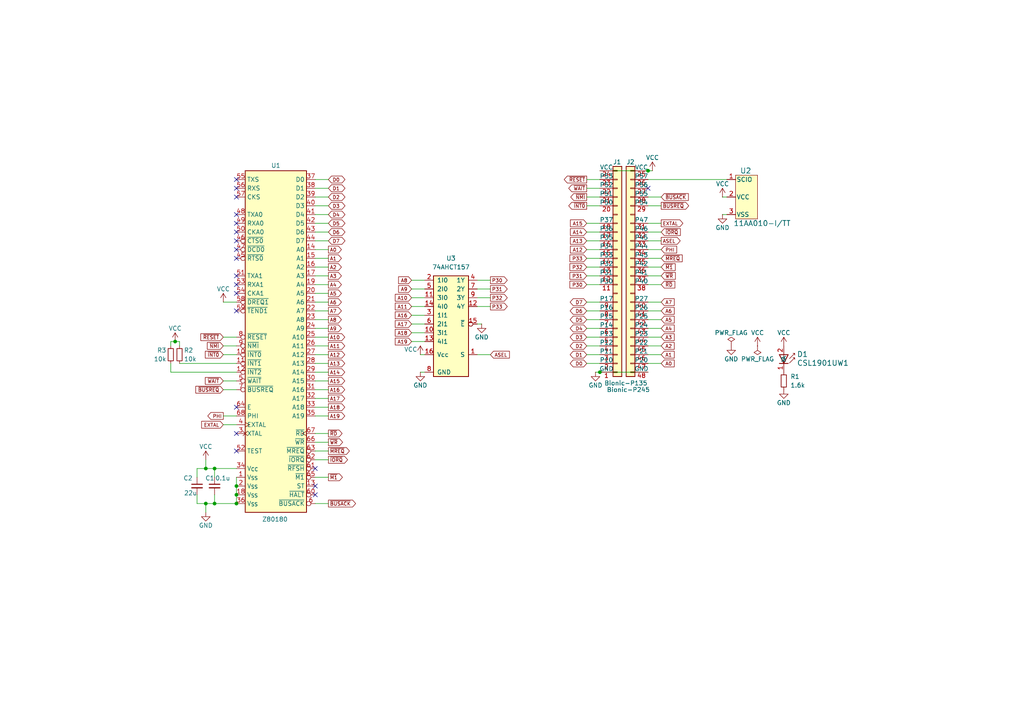
<source format=kicad_sch>
(kicad_sch (version 20250114) (generator "eeschema") (generator_version "9.0")
  (paper "A4")
  (title_block (title "BionicZ180V") (date "2025-12-02") (rev "2") (company "Tadashi G. Takaoka"))
  (lib_symbols
    (symbol "Device:C_Small" (pin_numbers (hide yes)) (pin_names (offset 0.254) (hide yes))
      (property "Reference" "C" (at 0.254 1.778 0))
      (property "Value" "C_Small" (at 0.254 -2.032 0))
      (symbol "C_Small_0_1"
        (polyline (pts (xy -1.524 0.508) (xy 1.524 0.508)) (stroke (width 0.3048)))
        (polyline (pts (xy -1.524 -0.508) (xy 1.524 -0.508)) (stroke (width 0.3302)))
      )
      (symbol "C_Small_1_1"
        (pin passive line (at 0 2.54 270) (length 2.032) (name "~") (number "1"))
        (pin passive line (at 0 -2.54 90) (length 2.032) (name "~") (number "2"))
      )
    )
    (symbol "Device:R_Small" (pin_numbers (hide yes)) (pin_names (offset 0.254) (hide yes))
      (property "Reference" "R" (at 0 0 90))
      (property "Value" "R_Small" (at 1.778 0 90))
      (symbol "R_Small_0_1"
        (rectangle (start -0.762 1.778) (end 0.762 -1.778) (stroke (width 0.2032)))
      )
      (symbol "R_Small_1_1"
        (pin passive line (at 0 2.54 270) (length 0.762) (name "~") (number "1"))
        (pin passive line (at 0 -2.54 90) (length 0.762) (name "~") (number "2"))
      )
    )
    (symbol "R_Small_1" (pin_numbers (hide yes)) (pin_names (offset 0.254) (hide yes))
      (property "Reference" "R" (at 0 0 90))
      (property "Value" "R_Small" (at 1.778 0 90))
      (symbol "R_Small_1_0_1"
        (rectangle (start -0.762 1.778) (end 0.762 -1.778) (stroke (width 0.2032)))
      )
      (symbol "R_Small_1_1_1"
        (pin passive line (at 0 2.54 270) (length 0.762) (name "~") (number "1"))
        (pin passive line (at 0 -2.54 90) (length 0.762) (name "~") (number "2"))
      )
    )
    (symbol "R_Small_2" (pin_numbers (hide yes)) (pin_names (offset 0.254) (hide yes))
      (property "Reference" "R" (at 0 0 90))
      (property "Value" "R_Small" (at 1.778 0 90))
      (symbol "R_Small_2_0_1"
        (rectangle (start -0.762 1.778) (end 0.762 -1.778) (stroke (width 0.2032)))
      )
      (symbol "R_Small_2_1_1"
        (pin passive line (at 0 2.54 270) (length 0.762) (name "~") (number "1"))
        (pin passive line (at 0 -2.54 90) (length 0.762) (name "~") (number "2"))
      )
    )
    (symbol "bionic:Bionic-P135" (pin_names (offset 0))
      (property "Reference" "J" (at 0 30.48 0))
      (property "Value" "Bionic-P135" (at -1.27 -33.02 0))
      (symbol "Bionic-P135_1_1"
        (rectangle (start 0 28.067) (end -1.27 27.813) (stroke (width 0.1524)))
        (rectangle (start 0 25.527) (end -1.27 25.273) (stroke (width 0.1524)))
        (rectangle (start 0 22.987) (end -1.27 22.733) (stroke (width 0.1524)))
        (rectangle (start 0 20.447) (end -1.27 20.193) (stroke (width 0.1524)))
        (rectangle (start 0 17.907) (end -1.27 17.653) (stroke (width 0.1524)))
        (rectangle (start 0 15.367) (end -1.27 15.113) (stroke (width 0.1524)))
        (rectangle (start 0 12.827) (end -1.27 12.573) (stroke (width 0.1524)))
        (rectangle (start 0 10.287) (end -1.27 10.033) (stroke (width 0.1524)))
        (rectangle (start 0 7.747) (end -1.27 7.493) (stroke (width 0.1524)))
        (rectangle (start 0 5.207) (end -1.27 4.953) (stroke (width 0.1524)))
        (rectangle (start 0 2.667) (end -1.27 2.413) (stroke (width 0.1524)))
        (rectangle (start 0 0.127) (end -1.27 -0.127) (stroke (width 0.1524)))
        (rectangle (start 0 -2.413) (end -1.27 -2.667) (stroke (width 0.1524)))
        (rectangle (start 0 -4.953) (end -1.27 -5.207) (stroke (width 0.1524)))
        (rectangle (start 0 -7.493) (end -1.27 -7.747) (stroke (width 0.1524)))
        (rectangle (start 0 -10.033) (end -1.27 -10.287) (stroke (width 0.1524)))
        (rectangle (start 0 -12.573) (end -1.27 -12.827) (stroke (width 0.1524)))
        (rectangle (start 0 -15.113) (end -1.27 -15.367) (stroke (width 0.1524)))
        (rectangle (start 0 -17.653) (end -1.27 -17.907) (stroke (width 0.1524)))
        (rectangle (start 0 -20.193) (end -1.27 -20.447) (stroke (width 0.1524)))
        (rectangle (start 0 -22.733) (end -1.27 -22.987) (stroke (width 0.1524)))
        (rectangle (start 0 -25.273) (end -1.27 -25.527) (stroke (width 0.1524)))
        (rectangle (start 0 -27.813) (end -1.27 -28.067) (stroke (width 0.1524)))
        (rectangle (start 0 -30.353) (end -1.27 -30.607) (stroke (width 0.1524)))
        (rectangle (start 1.27 29.21) (end -1.27 -31.75) (stroke (width 0.254)) (fill (type background)))
        (pin power_in line (at -5.08 27.94 0) (length 3.81) (name "VCC") (number "24"))
        (pin bidirectional line (at -5.08 25.4 0) (length 3.81) (name "P53") (number "23"))
        (pin bidirectional line (at -5.08 22.86 0) (length 3.81) (name "P52") (number "22"))
        (pin bidirectional line (at -5.08 20.32 0) (length 3.81) (name "P51") (number "21"))
        (pin bidirectional line (at -5.08 17.78 0) (length 3.81) (name "P50") (number "20"))
        (pin bidirectional line (at -5.08 12.7 0) (length 3.81) (name "P37") (number "18"))
        (pin bidirectional line (at -5.08 10.16 0) (length 3.81) (name "P36") (number "17"))
        (pin bidirectional line (at -5.08 7.62 0) (length 3.81) (name "P35") (number "16"))
        (pin bidirectional line (at -5.08 5.08 0) (length 3.81) (name "P34") (number "15"))
        (pin bidirectional line (at -5.08 2.54 0) (length 3.81) (name "P33") (number "14"))
        (pin bidirectional line (at -5.08 0 0) (length 3.81) (name "P32") (number "13"))
        (pin bidirectional line (at -5.08 -2.54 0) (length 3.81) (name "P31") (number "12"))
        (pin bidirectional line (at -5.08 -5.08 0) (length 3.81) (name "P30") (number "11"))
        (pin bidirectional line (at -5.08 -10.16 0) (length 3.81) (name "P17") (number "9"))
        (pin bidirectional line (at -5.08 -12.7 0) (length 3.81) (name "P16") (number "8"))
        (pin bidirectional line (at -5.08 -15.24 0) (length 3.81) (name "P15") (number "7"))
        (pin bidirectional line (at -5.08 -17.78 0) (length 3.81) (name "P14") (number "6"))
        (pin bidirectional line (at -5.08 -20.32 0) (length 3.81) (name "P13") (number "5"))
        (pin bidirectional line (at -5.08 -22.86 0) (length 3.81) (name "P12") (number "4"))
        (pin bidirectional line (at -5.08 -25.4 0) (length 3.81) (name "P11") (number "3"))
        (pin bidirectional line (at -5.08 -27.94 0) (length 3.81) (name "P10") (number "2"))
        (pin power_in line (at -5.08 -30.48 0) (length 3.81) (name "GND") (number "1"))
      )
    )
    (symbol "bionic:Bionic-P245" (pin_names (offset 0))
      (property "Reference" "J" (at -3.81 30.48 0))
      (property "Value" "Bionic-P245" (at -1.27 -33.02 0))
      (symbol "Bionic-P245_1_1"
        (rectangle (start -2.54 29.21) (end -5.08 -31.75) (stroke (width 0.254)) (fill (type background)))
        (rectangle (start -2.54 27.813) (end -3.81 28.067) (stroke (width 0.1524)))
        (rectangle (start -2.54 25.273) (end -3.81 25.527) (stroke (width 0.1524)))
        (rectangle (start -2.54 22.733) (end -3.81 22.987) (stroke (width 0.1524)))
        (rectangle (start -2.54 20.193) (end -3.81 20.447) (stroke (width 0.1524)))
        (rectangle (start -2.54 17.653) (end -3.81 17.907) (stroke (width 0.1524)))
        (rectangle (start -2.54 15.113) (end -3.81 15.367) (stroke (width 0.1524)))
        (rectangle (start -2.54 12.573) (end -3.81 12.827) (stroke (width 0.1524)))
        (rectangle (start -2.54 10.033) (end -3.81 10.287) (stroke (width 0.1524)))
        (rectangle (start -2.54 7.493) (end -3.81 7.747) (stroke (width 0.1524)))
        (rectangle (start -2.54 4.953) (end -3.81 5.207) (stroke (width 0.1524)))
        (rectangle (start -2.54 2.413) (end -3.81 2.667) (stroke (width 0.1524)))
        (rectangle (start -2.54 -0.127) (end -3.81 0.127) (stroke (width 0.1524)))
        (rectangle (start -2.54 -2.667) (end -3.81 -2.413) (stroke (width 0.1524)))
        (rectangle (start -2.54 -5.207) (end -3.81 -4.953) (stroke (width 0.1524)))
        (rectangle (start -2.54 -7.747) (end -3.81 -7.493) (stroke (width 0.1524)))
        (rectangle (start -2.54 -10.287) (end -3.81 -10.033) (stroke (width 0.1524)))
        (rectangle (start -2.54 -12.827) (end -3.81 -12.573) (stroke (width 0.1524)))
        (rectangle (start -2.54 -15.367) (end -3.81 -15.113) (stroke (width 0.1524)))
        (rectangle (start -2.54 -17.907) (end -3.81 -17.653) (stroke (width 0.1524)))
        (rectangle (start -2.54 -20.447) (end -3.81 -20.193) (stroke (width 0.1524)))
        (rectangle (start -2.54 -22.987) (end -3.81 -22.733) (stroke (width 0.1524)))
        (rectangle (start -2.54 -25.527) (end -3.81 -25.273) (stroke (width 0.1524)))
        (rectangle (start -2.54 -28.067) (end -3.81 -27.813) (stroke (width 0.1524)))
        (rectangle (start -2.54 -30.607) (end -3.81 -30.353) (stroke (width 0.1524)))
        (pin power_in line (at 1.27 27.94 180) (length 3.81) (name "VCC") (number "25"))
        (pin bidirectional line (at 1.27 25.4 180) (length 3.81) (name "P57") (number "26"))
        (pin bidirectional line (at 1.27 22.86 180) (length 3.81) (name "P56") (number "27"))
        (pin bidirectional line (at 1.27 20.32 180) (length 3.81) (name "P55") (number "28"))
        (pin bidirectional line (at 1.27 17.78 180) (length 3.81) (name "P54") (number "29"))
        (pin bidirectional line (at 1.27 12.7 180) (length 3.81) (name "P47") (number "31"))
        (pin bidirectional line (at 1.27 10.16 180) (length 3.81) (name "P46") (number "32"))
        (pin bidirectional line (at 1.27 7.62 180) (length 3.81) (name "P45") (number "33"))
        (pin bidirectional line (at 1.27 5.08 180) (length 3.81) (name "P44") (number "34"))
        (pin bidirectional line (at 1.27 2.54 180) (length 3.81) (name "P43") (number "35"))
        (pin bidirectional line (at 1.27 0 180) (length 3.81) (name "P42") (number "36"))
        (pin bidirectional line (at 1.27 -2.54 180) (length 3.81) (name "P41") (number "37"))
        (pin bidirectional line (at 1.27 -5.08 180) (length 3.81) (name "P40") (number "38"))
        (pin bidirectional line (at 1.27 -10.16 180) (length 3.81) (name "P27") (number "40"))
        (pin bidirectional line (at 1.27 -12.7 180) (length 3.81) (name "P26") (number "41"))
        (pin bidirectional line (at 1.27 -15.24 180) (length 3.81) (name "P25") (number "42"))
        (pin bidirectional line (at 1.27 -17.78 180) (length 3.81) (name "P24") (number "43"))
        (pin bidirectional line (at 1.27 -20.32 180) (length 3.81) (name "P23") (number "44"))
        (pin bidirectional line (at 1.27 -22.86 180) (length 3.81) (name "P22") (number "45"))
        (pin bidirectional line (at 1.27 -25.4 180) (length 3.81) (name "P21") (number "46"))
        (pin bidirectional line (at 1.27 -27.94 180) (length 3.81) (name "P20") (number "47"))
        (pin power_in line (at 1.27 -30.48 180) (length 3.81) (name "GND") (number "48"))
      )
    )
    (symbol "cpu:Z80180"
      (property "Reference" "U" (at -0.762 50.038 0))
      (property "Value" "Z80180" (at 0.254 -50.546 0))
      (symbol "Z80180_0_1"
        (rectangle (start -8.89 49.53) (end 8.89 -49.53) (stroke (width 0.254)) (fill (type background)))
      )
      (symbol "Z80180_1_0"
        (pin output line (at -11.43 46.99 0) (length 2.54) (name "TXS") (number "55"))
        (pin input line (at -11.43 44.45 0) (length 2.54) (name "RXS") (number "56"))
        (pin bidirectional line (at -11.43 41.91 0) (length 2.54) (name "CKS") (number "57"))
        (pin input line (at -11.43 16.51 0) (length 2.54) (name "RXA1") (number "53"))
        (pin bidirectional line (at -11.43 13.97 0) (length 2.54) (name "CKA1") (number "54"))
        (pin input inverted (at -11.43 11.43 0) (length 2.54) (name "~{DREQ1}") (number "58"))
        (pin output inverted (at -11.43 8.89 0) (length 2.54) (name "~{TEND1}") (number "59"))
        (pin input inverted (at -11.43 -6.35 0) (length 2.54) (name "~{INT1}") (number "11"))
        (pin input inverted (at -11.43 -13.97 0) (length 2.54) (name "~{BUSREQ}") (number "7"))
        (pin output line (at -11.43 -19.05 0) (length 2.54) (name "E") (number "64"))
        (pin output line (at -11.43 -21.59 0) (length 2.54) (name "PHI") (number "68"))
        (pin power_in line (at -11.43 -36.83 0) (length 2.54) (name "V_{CC}") (number "34"))
        (pin power_in line (at -11.43 -39.37 0) (length 2.54) (name "V_{SS}") (number "1"))
        (pin power_in line (at -11.43 -41.91 0) (length 2.54) (name "V_{SS}") (number "2"))
        (pin power_in line (at -11.43 -44.45 0) (length 2.54) (name "V_{SS}") (number "18"))
        (pin power_in line (at -11.43 -46.99 0) (length 2.54) (name "V_{SS}") (number "36"))
        (pin output line (at 11.43 26.67 180) (length 2.54) (name "A0") (number "14"))
        (pin output line (at 11.43 24.13 180) (length 2.54) (name "A1") (number "15"))
        (pin output line (at 11.43 21.59 180) (length 2.54) (name "A2") (number "16"))
        (pin output line (at 11.43 19.05 180) (length 2.54) (name "A3") (number "17"))
        (pin output line (at 11.43 16.51 180) (length 2.54) (name "A4") (number "19"))
        (pin output line (at 11.43 13.97 180) (length 2.54) (name "A5") (number "20"))
        (pin output line (at 11.43 11.43 180) (length 2.54) (name "A6") (number "21"))
        (pin output line (at 11.43 8.89 180) (length 2.54) (name "A7") (number "22"))
        (pin output inverted (at 11.43 -31.75 180) (length 2.54) (name "~{MREQ}") (number "63"))
        (pin output inverted (at 11.43 -34.29 180) (length 2.54) (name "~{IORQ}") (number "62"))
        (pin output inverted (at 11.43 -36.83 180) (length 2.54) (name "~{RFSH}") (number "61"))
        (pin output inverted (at 11.43 -44.45 180) (length 2.54) (name "~{HALT}") (number "60"))
        (pin output inverted (at 11.43 -46.99 180) (length 2.54) (name "~{BUSACK}") (number "6"))
      )
      (symbol "Z80180_1_1"
        (pin output line (at -11.43 36.83 0) (length 2.54) (name "TXA0") (number "48"))
        (pin input line (at -11.43 34.29 0) (length 2.54) (name "RXA0") (number "49"))
        (pin bidirectional line (at -11.43 31.75 0) (length 2.54) (name "CKA0") (number "50"))
        (pin input inverted (at -11.43 29.21 0) (length 2.54) (name "~{CTS0}") (number "46"))
        (pin input inverted (at -11.43 26.67 0) (length 2.54) (name "~{DCD0}") (number "47"))
        (pin output inverted (at -11.43 24.13 0) (length 2.54) (name "~{RTS0}") (number "45"))
        (pin output line (at -11.43 19.05 0) (length 2.54) (name "TXA1") (number "51"))
        (pin input inverted (at -11.43 1.27 0) (length 2.54) (name "~{RESET}") (number "8"))
        (pin input inverted (at -11.43 -1.27 0) (length 2.54) (name "~{NMI}") (number "9"))
        (pin input inverted (at -11.43 -3.81 0) (length 2.54) (name "~{INT0}") (number "10"))
        (pin input inverted (at -11.43 -8.89 0) (length 2.54) (name "~{INT2}") (number "12"))
        (pin input inverted (at -11.43 -11.43 0) (length 2.54) (name "~{WAIT}") (number "5"))
        (pin input clock (at -11.43 -24.13 0) (length 2.54) (name "EXTAL") (number "4"))
        (pin input non_logic (at -11.43 -26.67 0) (length 2.54) (name "XTAL") (number "3"))
        (pin output line (at -11.43 -31.75 0) (length 2.54) (name "TEST") (number "52"))
        (pin bidirectional line (at 11.43 46.99 180) (length 2.54) (name "D0") (number "37"))
        (pin bidirectional line (at 11.43 44.45 180) (length 2.54) (name "D1") (number "38"))
        (pin bidirectional line (at 11.43 41.91 180) (length 2.54) (name "D2") (number "39"))
        (pin bidirectional line (at 11.43 39.37 180) (length 2.54) (name "D3") (number "40"))
        (pin bidirectional line (at 11.43 36.83 180) (length 2.54) (name "D4") (number "41"))
        (pin bidirectional line (at 11.43 34.29 180) (length 2.54) (name "D5") (number "42"))
        (pin bidirectional line (at 11.43 31.75 180) (length 2.54) (name "D6") (number "43"))
        (pin bidirectional line (at 11.43 29.21 180) (length 2.54) (name "D7") (number "44"))
        (pin output line (at 11.43 6.35 180) (length 2.54) (name "A8") (number "23"))
        (pin output line (at 11.43 3.81 180) (length 2.54) (name "A9") (number "24"))
        (pin output line (at 11.43 1.27 180) (length 2.54) (name "A10") (number "25"))
        (pin output line (at 11.43 -1.27 180) (length 2.54) (name "A11") (number "26"))
        (pin output line (at 11.43 -3.81 180) (length 2.54) (name "A12") (number "27"))
        (pin output line (at 11.43 -6.35 180) (length 2.54) (name "A13") (number "28"))
        (pin output line (at 11.43 -8.89 180) (length 2.54) (name "A14") (number "29"))
        (pin output line (at 11.43 -11.43 180) (length 2.54) (name "A15") (number "30"))
        (pin output line (at 11.43 -13.97 180) (length 2.54) (name "A16") (number "31"))
        (pin output line (at 11.43 -16.51 180) (length 2.54) (name "A17") (number "32"))
        (pin output line (at 11.43 -19.05 180) (length 2.54) (name "A18") (number "33"))
        (pin output line (at 11.43 -21.59 180) (length 2.54) (name "A19") (number "35"))
        (pin output clock (at 11.43 -26.67 180) (length 2.54) (name "~{RD}") (number "67"))
        (pin output line (at 11.43 -29.21 180) (length 2.54) (name "~{WR}") (number "66"))
        (pin output inverted (at 11.43 -39.37 180) (length 2.54) (name "~{M1}") (number "65"))
        (pin output line (at 11.43 -41.91 180) (length 2.54) (name "ST") (number "13"))
      )
    )
    (symbol "microchip:11AA010-I_TT" (pin_names (offset 0.254))
      (property "Reference" "U" (at 2.54 1.27 0))
      (property "Value" "11AA010-I/TT" (at 3.81 -13.97 0))
      (symbol "11AA010-I_TT_1_1"
        (rectangle (start 0 0) (end 6.35 -12.7) (fill (type background)))
        (pin bidirectional line (at -2.54 -1.27 0) (length 2.54) (name "SCIO") (number "1"))
        (pin power_in line (at -2.54 -6.35 0) (length 2.54) (name "VCC") (number "2"))
        (pin power_in line (at -2.54 -11.43 0) (length 2.54) (name "VSS") (number "3"))
      )
    )
    (symbol "power:GND" (power) (pin_numbers (hide yes)) (pin_names (offset 0) (hide yes))
      (property "Value" "GND" (at 0 -3.81 0))
      (symbol "GND_0_1"
        (polyline (pts (xy 0 0) (xy 0 -1.27) (xy 1.27 -1.27) (xy 0 -2.54) (xy -1.27 -1.27) (xy 0 -1.27)))
      )
      (symbol "GND_1_1"
        (pin power_in line (at 0 0 270) (length 0) (name "~") (number "1"))
      )
    )
    (symbol "power:PWR_FLAG" (power) (pin_numbers (hide yes)) (pin_names (offset 0) (hide yes))
      (property "Value" "PWR_FLAG" (at 0 3.81 0))
      (symbol "PWR_FLAG_0_0"
        (pin power_out line (at 0 0 90) (length 0) (name "~") (number "1"))
      )
      (symbol "PWR_FLAG_0_1"
        (polyline (pts (xy 0 0) (xy 0 1.27) (xy -1.016 1.905) (xy 0 2.54) (xy 1.016 1.905) (xy 0 1.27)))
      )
    )
    (symbol "power:VCC" (power) (pin_numbers (hide yes)) (pin_names (offset 0) (hide yes))
      (property "Value" "VCC" (at 0 3.556 0))
      (symbol "VCC_0_1"
        (polyline (pts (xy -0.762 1.27) (xy 0 2.54)))
        (polyline (pts (xy 0 2.54) (xy 0.762 1.27)))
        (polyline (pts (xy 0 0) (xy 0 2.54)))
      )
      (symbol "VCC_1_1"
        (pin power_in line (at 0 0 90) (length 0) (name "~") (number "1"))
      )
    )
    (symbol "rhom:CSL1901UW1" (pin_names (offset 0.254))
      (property "Reference" "D" (at 3.81 -2.54 0))
      (property "Value" "CSL1901UW1" (at 3.81 -5.08 0))
      (symbol "CSL1901UW1_0_1"
        (polyline (pts (xy 2.159 3.175) (xy 2.667 3.175)))
        (polyline (pts (xy 2.54 0) (xy 5.08 0)))
        (polyline (pts (xy 2.54 -1.27) (xy 5.08 0) (xy 2.54 1.27) (xy 2.54 -1.27)) (stroke (width 0.254)))
        (polyline (pts (xy 3.683 1.651) (xy 2.159 3.175) (xy 2.159 2.667)))
        (polyline (pts (xy 4.953 1.651) (xy 3.429 3.175) (xy 3.429 2.667) (xy 3.429 3.175) (xy 3.937 3.175)))
        (polyline (pts (xy 5.08 1.27) (xy 5.08 -1.27)) (stroke (width 0.254)))
      )
      (symbol "CSL1901UW1_1_1"
        (pin passive line (at 0 0 0) (length 2.54) (name "A") (number "2"))
        (pin passive line (at 7.62 0 180) (length 2.54) (name "K") (number "1"))
      )
      (symbol "CSL1901UW1_1_2"
        (polyline (pts (xy -5.08 8.255) (xy -5.08 7.62)) (stroke (width 0.2032)))
        (polyline (pts (xy -5.08 7.62) (xy -4.445 8.255)) (stroke (width 0.2032)))
        (polyline (pts (xy -4.445 10.16) (xy -4.445 9.525)) (stroke (width 0.2032)))
        (polyline (pts (xy -4.445 9.525) (xy -3.81 10.16)) (stroke (width 0.2032)))
        (polyline (pts (xy -4.445 8.255) (xy -5.08 8.255)) (stroke (width 0.2032)))
        (polyline (pts (xy -4.445 6.35) (xy -3.81 6.985)) (stroke (width 0.2032)))
        (polyline (pts (xy -3.81 10.16) (xy -4.445 10.16)) (stroke (width 0.2032)))
        (polyline (pts (xy -3.81 8.255) (xy -3.175 8.89)) (stroke (width 0.2032)))
        (polyline (pts (xy -3.81 6.985) (xy -5.08 8.255)) (stroke (width 0.2032)))
        (polyline (pts (xy -3.175 8.89) (xy -4.445 10.16)) (stroke (width 0.2032)))
        (polyline (pts (xy -3.175 5.08) (xy -4.445 6.35)) (stroke (width 0.2032)))
        (polyline (pts (xy -2.54 6.985) (xy -3.81 8.255)) (stroke (width 0.2032)))
        (polyline (pts (xy -1.905 3.81) (xy 1.905 3.81)) (stroke (width 0.2032)))
        (polyline (pts (xy 0 6.35) (xy -1.905 3.81)) (stroke (width 0.2032)))
        (polyline (pts (xy 0 6.35) (xy 0 7.62)) (stroke (width 0.2032)))
        (polyline (pts (xy 0 3.175) (xy 0 3.81)) (stroke (width 0.2032)))
        (polyline (pts (xy 0 2.54) (xy 0 3.4798)) (stroke (width 0.2032)))
        (polyline (pts (xy 1.905 6.35) (xy -1.905 6.35)) (stroke (width 0.2032)))
        (polyline (pts (xy 1.905 3.81) (xy 0 6.35)) (stroke (width 0.2032)))
        (pin unspecified line (at 0 10.16 270) (length 2.54) (name "") (number "1"))
        (pin unspecified line (at 0 0 90) (length 2.54) (name "") (number "2"))
      )
    )
    (symbol "ti:74AHCT157" (pin_names (offset 1.016))
      (property "Reference" "U" (at 0 16.51 0))
      (property "Value" "74AHCT157" (at 0 -15.494 0))
      (symbol "74AHCT157_1_0"
        (pin input line (at -7.62 13.97 0) (length 2.54) (name "1I0") (number "2"))
        (pin input line (at -7.62 11.43 0) (length 2.54) (name "2I0") (number "5"))
        (pin input line (at -7.62 8.89 0) (length 2.54) (name "3I0") (number "11"))
        (pin input line (at -7.62 6.35 0) (length 2.54) (name "4I0") (number "14"))
        (pin input line (at -7.62 3.81 0) (length 2.54) (name "1I1") (number "3"))
        (pin input line (at -7.62 1.27 0) (length 2.54) (name "2I1") (number "6"))
        (pin input line (at -7.62 -1.27 0) (length 2.54) (name "3I1") (number "10"))
        (pin input line (at -7.62 -3.81 0) (length 2.54) (name "4I1") (number "13"))
        (pin power_in line (at -7.62 -7.62 0) (length 2.54) (name "Vcc") (number "16"))
        (pin power_in line (at -7.62 -12.7 0) (length 2.54) (name "GND") (number "8"))
        (pin output line (at 7.62 13.97 180) (length 2.54) (name "1Y") (number "4"))
        (pin output line (at 7.62 11.43 180) (length 2.54) (name "2Y") (number "7"))
        (pin output line (at 7.62 8.89 180) (length 2.54) (name "3Y") (number "9"))
        (pin output line (at 7.62 6.35 180) (length 2.54) (name "4Y") (number "12"))
        (pin input inverted (at 7.62 1.27 180) (length 2.54) (name "~{E}") (number "15"))
        (pin input line (at 7.62 -7.62 180) (length 2.54) (name "S") (number "1"))
      )
      (symbol "74AHCT157_1_1"
        (rectangle (start -5.08 15.24) (end 5.08 -13.97) (stroke (width 0.254)) (fill (type background)))
      )
    )
  )
  (junction (at 173.99 107.95))
  (junction (at 68.58 146.05))
  (junction (at 68.58 140.97))
  (junction (at 62.23 135.89))
  (junction (at 68.58 143.51))
  (junction (at 187.96 49.53))
  (junction (at 59.69 146.05))
  (junction (at 50.8 99.06))
  (junction (at 59.69 135.89))
  (junction (at 62.23 146.05))
  (no_connect (at 68.58 67.31))
  (no_connect (at 68.58 52.07))
  (no_connect (at 68.58 85.09))
  (no_connect (at 91.44 140.97))
  (no_connect (at 68.58 62.23))
  (no_connect (at 68.58 82.55))
  (no_connect (at 68.58 57.15))
  (no_connect (at 91.44 135.89))
  (no_connect (at 68.58 54.61))
  (no_connect (at 68.58 69.85))
  (no_connect (at 68.58 74.93))
  (no_connect (at 91.44 143.51))
  (no_connect (at 68.58 64.77))
  (no_connect (at 187.96 54.61))
  (no_connect (at 68.58 130.81))
  (no_connect (at 68.58 118.11))
  (no_connect (at 68.58 80.01))
  (no_connect (at 68.58 72.39))
  (no_connect (at 68.58 125.73))
  (no_connect (at 68.58 90.17))
  (wire (pts (xy 49.53 100.33) (xy 49.53 99.06)))
  (wire (pts (xy 91.44 92.71) (xy 95.25 92.71)))
  (wire (pts (xy 64.77 110.49) (xy 68.58 110.49)))
  (wire (pts (xy 64.77 102.87) (xy 68.58 102.87)))
  (wire (pts (xy 170.18 69.85) (xy 173.99 69.85)))
  (wire (pts (xy 119.38 83.82) (xy 123.19 83.82)))
  (wire (pts (xy 119.38 91.44) (xy 123.19 91.44)))
  (wire (pts (xy 91.44 62.23) (xy 95.25 62.23)))
  (wire (pts (xy 170.18 97.79) (xy 173.99 97.79)))
  (wire (pts (xy 189.23 49.53) (xy 187.96 49.53)))
  (wire (pts (xy 119.38 81.28) (xy 123.19 81.28)))
  (wire (pts (xy 62.23 138.43) (xy 62.23 135.89)))
  (wire (pts (xy 187.96 105.41) (xy 191.77 105.41)))
  (wire (pts (xy 91.44 67.31) (xy 95.25 67.31)))
  (wire (pts (xy 187.96 74.93) (xy 191.77 74.93)))
  (wire (pts (xy 91.44 100.33) (xy 95.25 100.33)))
  (wire (pts (xy 173.99 49.53) (xy 187.96 49.53)))
  (wire (pts (xy 138.43 88.9) (xy 142.24 88.9)))
  (wire (pts (xy 91.44 128.27) (xy 95.25 128.27)))
  (wire (pts (xy 64.77 100.33) (xy 68.58 100.33)))
  (wire (pts (xy 91.44 85.09) (xy 95.25 85.09)))
  (wire (pts (xy 172.72 107.95) (xy 173.99 107.95)))
  (wire (pts (xy 210.82 57.15) (xy 209.55 57.15)))
  (wire (pts (xy 187.96 95.25) (xy 191.77 95.25)))
  (wire (pts (xy 170.18 82.55) (xy 173.99 82.55)))
  (wire (pts (xy 187.96 52.07) (xy 210.82 52.07)))
  (wire (pts (xy 64.77 87.63) (xy 68.58 87.63)))
  (wire (pts (xy 59.69 135.89) (xy 59.69 133.35)))
  (wire (pts (xy 59.69 146.05) (xy 62.23 146.05)))
  (wire (pts (xy 49.53 107.95) (xy 68.58 107.95)))
  (wire (pts (xy 91.44 64.77) (xy 95.25 64.77)))
  (wire (pts (xy 138.43 86.36) (xy 142.24 86.36)))
  (wire (pts (xy 210.82 62.23) (xy 209.55 62.23)))
  (wire (pts (xy 62.23 146.05) (xy 68.58 146.05)))
  (wire (pts (xy 138.43 102.87) (xy 142.24 102.87)))
  (wire (pts (xy 91.44 125.73) (xy 95.25 125.73)))
  (wire (pts (xy 91.44 118.11) (xy 95.25 118.11)))
  (wire (pts (xy 187.96 72.39) (xy 191.77 72.39)))
  (wire (pts (xy 170.18 105.41) (xy 173.99 105.41)))
  (wire (pts (xy 187.96 100.33) (xy 191.77 100.33)))
  (wire (pts (xy 91.44 77.47) (xy 95.25 77.47)))
  (wire (pts (xy 91.44 82.55) (xy 95.25 82.55)))
  (wire (pts (xy 57.15 135.89) (xy 59.69 135.89)))
  (wire (pts (xy 64.77 113.03) (xy 68.58 113.03)))
  (wire (pts (xy 57.15 146.05) (xy 59.69 146.05)))
  (wire (pts (xy 173.99 107.95) (xy 187.96 107.95)))
  (wire (pts (xy 91.44 57.15) (xy 95.25 57.15)))
  (wire (pts (xy 52.07 99.06) (xy 52.07 100.33)))
  (wire (pts (xy 187.96 102.87) (xy 191.77 102.87)))
  (wire (pts (xy 57.15 146.05) (xy 57.15 143.51)))
  (wire (pts (xy 119.38 99.06) (xy 123.19 99.06)))
  (wire (pts (xy 170.18 67.31) (xy 173.99 67.31)))
  (wire (pts (xy 91.44 69.85) (xy 95.25 69.85)))
  (wire (pts (xy 187.96 92.71) (xy 191.77 92.71)))
  (wire (pts (xy 119.38 88.9) (xy 123.19 88.9)))
  (wire (pts (xy 187.96 69.85) (xy 191.77 69.85)))
  (wire (pts (xy 170.18 54.61) (xy 173.99 54.61)))
  (wire (pts (xy 119.38 86.36) (xy 123.19 86.36)))
  (wire (pts (xy 138.43 93.98) (xy 139.7 93.98)))
  (wire (pts (xy 170.18 59.69) (xy 173.99 59.69)))
  (wire (pts (xy 187.96 97.79) (xy 191.77 97.79)))
  (wire (pts (xy 170.18 92.71) (xy 173.99 92.71)))
  (wire (pts (xy 68.58 138.43) (xy 68.58 140.97)))
  (wire (pts (xy 59.69 148.59) (xy 59.69 146.05)))
  (wire (pts (xy 91.44 133.35) (xy 95.25 133.35)))
  (wire (pts (xy 187.96 87.63) (xy 191.77 87.63)))
  (wire (pts (xy 170.18 87.63) (xy 173.99 87.63)))
  (wire (pts (xy 187.96 80.01) (xy 191.77 80.01)))
  (wire (pts (xy 91.44 54.61) (xy 95.25 54.61)))
  (wire (pts (xy 50.8 99.06) (xy 52.07 99.06)))
  (wire (pts (xy 91.44 59.69) (xy 95.25 59.69)))
  (wire (pts (xy 138.43 81.28) (xy 142.24 81.28)))
  (wire (pts (xy 91.44 120.65) (xy 95.25 120.65)))
  (wire (pts (xy 170.18 72.39) (xy 173.99 72.39)))
  (wire (pts (xy 91.44 130.81) (xy 95.25 130.81)))
  (wire (pts (xy 170.18 77.47) (xy 173.99 77.47)))
  (wire (pts (xy 49.53 99.06) (xy 50.8 99.06)))
  (wire (pts (xy 91.44 90.17) (xy 95.25 90.17)))
  (wire (pts (xy 187.96 57.15) (xy 191.77 57.15)))
  (wire (pts (xy 121.92 107.95) (xy 123.19 107.95)))
  (wire (pts (xy 91.44 138.43) (xy 95.25 138.43)))
  (wire (pts (xy 64.77 123.19) (xy 68.58 123.19)))
  (wire (pts (xy 170.18 64.77) (xy 173.99 64.77)))
  (wire (pts (xy 170.18 52.07) (xy 173.99 52.07)))
  (wire (pts (xy 91.44 72.39) (xy 95.25 72.39)))
  (wire (pts (xy 91.44 113.03) (xy 95.25 113.03)))
  (wire (pts (xy 187.96 67.31) (xy 191.77 67.31)))
  (wire (pts (xy 121.92 102.87) (xy 123.19 102.87)))
  (wire (pts (xy 119.38 96.52) (xy 123.19 96.52)))
  (wire (pts (xy 64.77 97.79) (xy 68.58 97.79)))
  (wire (pts (xy 59.69 135.89) (xy 62.23 135.89)))
  (wire (pts (xy 91.44 74.93) (xy 95.25 74.93)))
  (wire (pts (xy 68.58 143.51) (xy 68.58 146.05)))
  (wire (pts (xy 57.15 135.89) (xy 57.15 138.43)))
  (wire (pts (xy 91.44 115.57) (xy 95.25 115.57)))
  (wire (pts (xy 62.23 146.05) (xy 62.23 143.51)))
  (wire (pts (xy 52.07 105.41) (xy 68.58 105.41)))
  (wire (pts (xy 91.44 80.01) (xy 95.25 80.01)))
  (wire (pts (xy 170.18 100.33) (xy 173.99 100.33)))
  (wire (pts (xy 187.96 64.77) (xy 191.77 64.77)))
  (wire (pts (xy 187.96 90.17) (xy 191.77 90.17)))
  (wire (pts (xy 49.53 105.41) (xy 49.53 107.95)))
  (wire (pts (xy 170.18 74.93) (xy 173.99 74.93)))
  (wire (pts (xy 62.23 135.89) (xy 68.58 135.89)))
  (wire (pts (xy 91.44 52.07) (xy 95.25 52.07)))
  (wire (pts (xy 187.96 77.47) (xy 191.77 77.47)))
  (wire (pts (xy 170.18 57.15) (xy 173.99 57.15)))
  (wire (pts (xy 170.18 95.25) (xy 173.99 95.25)))
  (wire (pts (xy 91.44 107.95) (xy 95.25 107.95)))
  (wire (pts (xy 187.96 59.69) (xy 191.77 59.69)))
  (wire (pts (xy 68.58 140.97) (xy 68.58 143.51)))
  (wire (pts (xy 64.77 120.65) (xy 68.58 120.65)))
  (wire (pts (xy 187.96 82.55) (xy 191.77 82.55)))
  (wire (pts (xy 170.18 90.17) (xy 173.99 90.17)))
  (wire (pts (xy 119.38 93.98) (xy 123.19 93.98)))
  (wire (pts (xy 91.44 146.05) (xy 95.25 146.05)))
  (wire (pts (xy 91.44 110.49) (xy 95.25 110.49)))
  (wire (pts (xy 91.44 95.25) (xy 95.25 95.25)))
  (wire (pts (xy 91.44 102.87) (xy 95.25 102.87)))
  (wire (pts (xy 91.44 105.41) (xy 95.25 105.41)))
  (wire (pts (xy 170.18 102.87) (xy 173.99 102.87)))
  (wire (pts (xy 170.18 80.01) (xy 173.99 80.01)))
  (wire (pts (xy 138.43 83.82) (xy 142.24 83.82)))
  (wire (pts (xy 91.44 97.79) (xy 95.25 97.79)))
  (wire (pts (xy 91.44 87.63) (xy 95.25 87.63)))
  (global_label "A13" (shape input) (at 170.18 69.85 180) (effects (font (size 1.016 1.016))) (property "Intersheetrefs" "${INTERSHEET_REFS}" (effects (hide yes))))
  (global_label "~{RESET}" (shape input) (at 64.77 97.79 180) (effects (font (size 1.016 1.016))) (property "Intersheetrefs" "${INTERSHEET_REFS}" (effects (hide yes))))
  (global_label "D6" (shape bidirectional) (at 170.18 90.17 180) (effects (font (size 1.016 1.016))) (property "Intersheetrefs" "${INTERSHEET_REFS}" (effects (hide yes))))
  (global_label "~{MREQ}" (shape output) (at 95.25 130.81 0) (effects (font (size 1.016 1.016))) (property "Intersheetrefs" "${INTERSHEET_REFS}" (effects (hide yes))))
  (global_label "~{RD}" (shape output) (at 95.25 125.73 0) (effects (font (size 1.016 1.016))) (property "Intersheetrefs" "${INTERSHEET_REFS}" (effects (hide yes))))
  (global_label "A18" (shape output) (at 95.25 118.11 0) (effects (font (size 1.016 1.016))) (property "Intersheetrefs" "${INTERSHEET_REFS}" (effects (hide yes))))
  (global_label "A0" (shape input) (at 191.77 105.41 0) (effects (font (size 1.016 1.016))) (property "Intersheetrefs" "${INTERSHEET_REFS}" (effects (hide yes))))
  (global_label "D2" (shape bidirectional) (at 95.25 57.15 0) (effects (font (size 1.016 1.016))) (property "Intersheetrefs" "${INTERSHEET_REFS}" (effects (hide yes))))
  (global_label "A3" (shape input) (at 191.77 97.79 0) (effects (font (size 1.016 1.016))) (property "Intersheetrefs" "${INTERSHEET_REFS}" (effects (hide yes))))
  (global_label "~{WAIT}" (shape output) (at 170.18 54.61 180) (effects (font (size 1.016 1.016))) (property "Intersheetrefs" "${INTERSHEET_REFS}" (effects (hide yes))))
  (global_label "A6" (shape input) (at 191.77 90.17 0) (effects (font (size 1.016 1.016))) (property "Intersheetrefs" "${INTERSHEET_REFS}" (effects (hide yes))))
  (global_label "A5" (shape input) (at 191.77 92.71 0) (effects (font (size 1.016 1.016))) (property "Intersheetrefs" "${INTERSHEET_REFS}" (effects (hide yes))))
  (global_label "D2" (shape bidirectional) (at 170.18 100.33 180) (effects (font (size 1.016 1.016))) (property "Intersheetrefs" "${INTERSHEET_REFS}" (effects (hide yes))))
  (global_label "D1" (shape bidirectional) (at 170.18 102.87 180) (effects (font (size 1.016 1.016))) (property "Intersheetrefs" "${INTERSHEET_REFS}" (effects (hide yes))))
  (global_label "~{INT0}" (shape input) (at 64.77 102.87 180) (effects (font (size 1.016 1.016))) (property "Intersheetrefs" "${INTERSHEET_REFS}" (effects (hide yes))))
  (global_label "D6" (shape bidirectional) (at 95.25 67.31 0) (effects (font (size 1.016 1.016))) (property "Intersheetrefs" "${INTERSHEET_REFS}" (effects (hide yes))))
  (global_label "~{IORQ}" (shape input) (at 191.77 67.31 0) (effects (font (size 1.016 1.016))) (property "Intersheetrefs" "${INTERSHEET_REFS}" (effects (hide yes))))
  (global_label "~{WR}" (shape output) (at 95.25 128.27 0) (effects (font (size 1.016 1.016))) (property "Intersheetrefs" "${INTERSHEET_REFS}" (effects (hide yes))))
  (global_label "A12" (shape input) (at 170.18 72.39 180) (effects (font (size 1.016 1.016))) (property "Intersheetrefs" "${INTERSHEET_REFS}" (effects (hide yes))))
  (global_label "~{M1}" (shape input) (at 191.77 77.47 0) (effects (font (size 1.016 1.016))) (property "Intersheetrefs" "${INTERSHEET_REFS}" (effects (hide yes))))
  (global_label "D4" (shape bidirectional) (at 95.25 62.23 0) (effects (font (size 1.016 1.016))) (property "Intersheetrefs" "${INTERSHEET_REFS}" (effects (hide yes))))
  (global_label "A2" (shape input) (at 191.77 100.33 0) (effects (font (size 1.016 1.016))) (property "Intersheetrefs" "${INTERSHEET_REFS}" (effects (hide yes))))
  (global_label "A12" (shape output) (at 95.25 102.87 0) (effects (font (size 1.016 1.016))) (property "Intersheetrefs" "${INTERSHEET_REFS}" (effects (hide yes))))
  (global_label "ASEL" (shape input) (at 142.24 102.87 0) (effects (font (size 1.016 1.016))) (property "Intersheetrefs" "${INTERSHEET_REFS}" (effects (hide yes))))
  (global_label "~{M1}" (shape output) (at 95.25 138.43 0) (effects (font (size 1.016 1.016))) (property "Intersheetrefs" "${INTERSHEET_REFS}" (effects (hide yes))))
  (global_label "D4" (shape bidirectional) (at 170.18 95.25 180) (effects (font (size 1.016 1.016))) (property "Intersheetrefs" "${INTERSHEET_REFS}" (effects (hide yes))))
  (global_label "P32" (shape input) (at 170.18 77.47 180) (effects (font (size 1.016 1.016))) (property "Intersheetrefs" "${INTERSHEET_REFS}" (effects (hide yes))))
  (global_label "D3" (shape bidirectional) (at 170.18 97.79 180) (effects (font (size 1.016 1.016))) (property "Intersheetrefs" "${INTERSHEET_REFS}" (effects (hide yes))))
  (global_label "A15" (shape output) (at 95.25 110.49 0) (effects (font (size 1.016 1.016))) (property "Intersheetrefs" "${INTERSHEET_REFS}" (effects (hide yes))))
  (global_label "A6" (shape output) (at 95.25 87.63 0) (effects (font (size 1.016 1.016))) (property "Intersheetrefs" "${INTERSHEET_REFS}" (effects (hide yes))))
  (global_label "A11" (shape output) (at 95.25 100.33 0) (effects (font (size 1.016 1.016))) (property "Intersheetrefs" "${INTERSHEET_REFS}" (effects (hide yes))))
  (global_label "A14" (shape input) (at 170.18 67.31 180) (effects (font (size 1.016 1.016))) (property "Intersheetrefs" "${INTERSHEET_REFS}" (effects (hide yes))))
  (global_label "~{WAIT}" (shape input) (at 64.77 110.49 180) (effects (font (size 1.016 1.016))) (property "Intersheetrefs" "${INTERSHEET_REFS}" (effects (hide yes))))
  (global_label "A8" (shape input) (at 119.38 81.28 180) (effects (font (size 1.016 1.016))) (property "Intersheetrefs" "${INTERSHEET_REFS}" (effects (hide yes))))
  (global_label "A16" (shape output) (at 95.25 113.03 0) (effects (font (size 1.016 1.016))) (property "Intersheetrefs" "${INTERSHEET_REFS}" (effects (hide yes))))
  (global_label "PHI" (shape output) (at 64.77 120.65 180) (effects (font (size 1.016 1.016))) (property "Intersheetrefs" "${INTERSHEET_REFS}" (effects (hide yes))))
  (global_label "~{BUSREQ}" (shape output) (at 191.77 59.69 0) (effects (font (size 1.016 1.016))) (property "Intersheetrefs" "${INTERSHEET_REFS}" (effects (hide yes))))
  (global_label "P31" (shape input) (at 170.18 80.01 180) (effects (font (size 1.016 1.016))) (property "Intersheetrefs" "${INTERSHEET_REFS}" (effects (hide yes))))
  (global_label "D1" (shape bidirectional) (at 95.25 54.61 0) (effects (font (size 1.016 1.016))) (property "Intersheetrefs" "${INTERSHEET_REFS}" (effects (hide yes))))
  (global_label "A1" (shape output) (at 95.25 74.93 0) (effects (font (size 1.016 1.016))) (property "Intersheetrefs" "${INTERSHEET_REFS}" (effects (hide yes))))
  (global_label "P31" (shape output) (at 142.24 83.82 0) (effects (font (size 1.016 1.016))) (property "Intersheetrefs" "${INTERSHEET_REFS}" (effects (hide yes))))
  (global_label "A3" (shape output) (at 95.25 80.01 0) (effects (font (size 1.016 1.016))) (property "Intersheetrefs" "${INTERSHEET_REFS}" (effects (hide yes))))
  (global_label "~{INT0}" (shape output) (at 170.18 59.69 180) (effects (font (size 1.016 1.016))) (property "Intersheetrefs" "${INTERSHEET_REFS}" (effects (hide yes))))
  (global_label "D5" (shape bidirectional) (at 170.18 92.71 180) (effects (font (size 1.016 1.016))) (property "Intersheetrefs" "${INTERSHEET_REFS}" (effects (hide yes))))
  (global_label "~{RESET}" (shape output) (at 170.18 52.07 180) (effects (font (size 1.016 1.016))) (property "Intersheetrefs" "${INTERSHEET_REFS}" (effects (hide yes))))
  (global_label "A13" (shape output) (at 95.25 105.41 0) (effects (font (size 1.016 1.016))) (property "Intersheetrefs" "${INTERSHEET_REFS}" (effects (hide yes))))
  (global_label "A19" (shape output) (at 95.25 120.65 0) (effects (font (size 1.016 1.016))) (property "Intersheetrefs" "${INTERSHEET_REFS}" (effects (hide yes))))
  (global_label "P32" (shape output) (at 142.24 86.36 0) (effects (font (size 1.016 1.016))) (property "Intersheetrefs" "${INTERSHEET_REFS}" (effects (hide yes))))
  (global_label "A11" (shape input) (at 119.38 88.9 180) (effects (font (size 1.016 1.016))) (property "Intersheetrefs" "${INTERSHEET_REFS}" (effects (hide yes))))
  (global_label "D0" (shape bidirectional) (at 95.25 52.07 0) (effects (font (size 1.016 1.016))) (property "Intersheetrefs" "${INTERSHEET_REFS}" (effects (hide yes))))
  (global_label "~{WR}" (shape input) (at 191.77 80.01 0) (effects (font (size 1.016 1.016))) (property "Intersheetrefs" "${INTERSHEET_REFS}" (effects (hide yes))))
  (global_label "ASEL" (shape output) (at 191.77 69.85 0) (effects (font (size 1.016 1.016))) (property "Intersheetrefs" "${INTERSHEET_REFS}" (effects (hide yes))))
  (global_label "~{NMI}" (shape input) (at 64.77 100.33 180) (effects (font (size 1.016 1.016))) (property "Intersheetrefs" "${INTERSHEET_REFS}" (effects (hide yes))))
  (global_label "P30" (shape output) (at 142.24 81.28 0) (effects (font (size 1.016 1.016))) (property "Intersheetrefs" "${INTERSHEET_REFS}" (effects (hide yes))))
  (global_label "D5" (shape bidirectional) (at 95.25 64.77 0) (effects (font (size 1.016 1.016))) (property "Intersheetrefs" "${INTERSHEET_REFS}" (effects (hide yes))))
  (global_label "A18" (shape input) (at 119.38 96.52 180) (effects (font (size 1.016 1.016))) (property "Intersheetrefs" "${INTERSHEET_REFS}" (effects (hide yes))))
  (global_label "A9" (shape output) (at 95.25 95.25 0) (effects (font (size 1.016 1.016))) (property "Intersheetrefs" "${INTERSHEET_REFS}" (effects (hide yes))))
  (global_label "P30" (shape input) (at 170.18 82.55 180) (effects (font (size 1.016 1.016))) (property "Intersheetrefs" "${INTERSHEET_REFS}" (effects (hide yes))))
  (global_label "A16" (shape input) (at 119.38 91.44 180) (effects (font (size 1.016 1.016))) (property "Intersheetrefs" "${INTERSHEET_REFS}" (effects (hide yes))))
  (global_label "A8" (shape output) (at 95.25 92.71 0) (effects (font (size 1.016 1.016))) (property "Intersheetrefs" "${INTERSHEET_REFS}" (effects (hide yes))))
  (global_label "A9" (shape input) (at 119.38 83.82 180) (effects (font (size 1.016 1.016))) (property "Intersheetrefs" "${INTERSHEET_REFS}" (effects (hide yes))))
  (global_label "A10" (shape output) (at 95.25 97.79 0) (effects (font (size 1.016 1.016))) (property "Intersheetrefs" "${INTERSHEET_REFS}" (effects (hide yes))))
  (global_label "A5" (shape output) (at 95.25 85.09 0) (effects (font (size 1.016 1.016))) (property "Intersheetrefs" "${INTERSHEET_REFS}" (effects (hide yes))))
  (global_label "A4" (shape input) (at 191.77 95.25 0) (effects (font (size 1.016 1.016))) (property "Intersheetrefs" "${INTERSHEET_REFS}" (effects (hide yes))))
  (global_label "A19" (shape input) (at 119.38 99.06 180) (effects (font (size 1.016 1.016))) (property "Intersheetrefs" "${INTERSHEET_REFS}" (effects (hide yes))))
  (global_label "D7" (shape bidirectional) (at 95.25 69.85 0) (effects (font (size 1.016 1.016))) (property "Intersheetrefs" "${INTERSHEET_REFS}" (effects (hide yes))))
  (global_label "~{IORQ}" (shape output) (at 95.25 133.35 0) (effects (font (size 1.016 1.016))) (property "Intersheetrefs" "${INTERSHEET_REFS}" (effects (hide yes))))
  (global_label "A4" (shape output) (at 95.25 82.55 0) (effects (font (size 1.016 1.016))) (property "Intersheetrefs" "${INTERSHEET_REFS}" (effects (hide yes))))
  (global_label "D0" (shape bidirectional) (at 170.18 105.41 180) (effects (font (size 1.016 1.016))) (property "Intersheetrefs" "${INTERSHEET_REFS}" (effects (hide yes))))
  (global_label "D3" (shape bidirectional) (at 95.25 59.69 0) (effects (font (size 1.016 1.016))) (property "Intersheetrefs" "${INTERSHEET_REFS}" (effects (hide yes))))
  (global_label "A7" (shape output) (at 95.25 90.17 0) (effects (font (size 1.016 1.016))) (property "Intersheetrefs" "${INTERSHEET_REFS}" (effects (hide yes))))
  (global_label "A15" (shape input) (at 170.18 64.77 180) (effects (font (size 1.016 1.016))) (property "Intersheetrefs" "${INTERSHEET_REFS}" (effects (hide yes))))
  (global_label "A14" (shape output) (at 95.25 107.95 0) (effects (font (size 1.016 1.016))) (property "Intersheetrefs" "${INTERSHEET_REFS}" (effects (hide yes))))
  (global_label "~{BUSREQ}" (shape input) (at 64.77 113.03 180) (effects (font (size 1.016 1.016))) (property "Intersheetrefs" "${INTERSHEET_REFS}" (effects (hide yes))))
  (global_label "A10" (shape input) (at 119.38 86.36 180) (effects (font (size 1.016 1.016))) (property "Intersheetrefs" "${INTERSHEET_REFS}" (effects (hide yes))))
  (global_label "~{RD}" (shape input) (at 191.77 82.55 0) (effects (font (size 1.016 1.016))) (property "Intersheetrefs" "${INTERSHEET_REFS}" (effects (hide yes))))
  (global_label "~{BUSACK}" (shape input) (at 191.77 57.15 0) (effects (font (size 1.016 1.016))) (property "Intersheetrefs" "${INTERSHEET_REFS}" (effects (hide yes))))
  (global_label "PHI" (shape input) (at 191.77 72.39 0) (effects (font (size 1.016 1.016))) (property "Intersheetrefs" "${INTERSHEET_REFS}" (effects (hide yes))))
  (global_label "~{NMI}" (shape output) (at 170.18 57.15 180) (effects (font (size 1.016 1.016))) (property "Intersheetrefs" "${INTERSHEET_REFS}" (effects (hide yes))))
  (global_label "EXTAL" (shape input) (at 64.77 123.19 180) (effects (font (size 1.016 1.016))) (property "Intersheetrefs" "${INTERSHEET_REFS}" (effects (hide yes))))
  (global_label "A0" (shape output) (at 95.25 72.39 0) (effects (font (size 1.016 1.016))) (property "Intersheetrefs" "${INTERSHEET_REFS}" (effects (hide yes))))
  (global_label "A2" (shape output) (at 95.25 77.47 0) (effects (font (size 1.016 1.016))) (property "Intersheetrefs" "${INTERSHEET_REFS}" (effects (hide yes))))
  (global_label "A17" (shape input) (at 119.38 93.98 180) (effects (font (size 1.016 1.016))) (property "Intersheetrefs" "${INTERSHEET_REFS}" (effects (hide yes))))
  (global_label "P33" (shape input) (at 170.18 74.93 180) (effects (font (size 1.016 1.016))) (property "Intersheetrefs" "${INTERSHEET_REFS}" (effects (hide yes))))
  (global_label "~{BUSACK}" (shape output) (at 95.25 146.05 0) (effects (font (size 1.016 1.016))) (property "Intersheetrefs" "${INTERSHEET_REFS}" (effects (hide yes))))
  (global_label "P33" (shape output) (at 142.24 88.9 0) (effects (font (size 1.016 1.016))) (property "Intersheetrefs" "${INTERSHEET_REFS}" (effects (hide yes))))
  (global_label "D7" (shape bidirectional) (at 170.18 87.63 180) (effects (font (size 1.016 1.016))) (property "Intersheetrefs" "${INTERSHEET_REFS}" (effects (hide yes))))
  (global_label "A1" (shape input) (at 191.77 102.87 0) (effects (font (size 1.016 1.016))) (property "Intersheetrefs" "${INTERSHEET_REFS}" (effects (hide yes))))
  (global_label "A7" (shape input) (at 191.77 87.63 0) (effects (font (size 1.016 1.016))) (property "Intersheetrefs" "${INTERSHEET_REFS}" (effects (hide yes))))
  (global_label "EXTAL" (shape output) (at 191.77 64.77 0) (effects (font (size 1.016 1.016))) (property "Intersheetrefs" "${INTERSHEET_REFS}" (effects (hide yes))))
  (global_label "A17" (shape output) (at 95.25 115.57 0) (effects (font (size 1.016 1.016))) (property "Intersheetrefs" "${INTERSHEET_REFS}" (effects (hide yes))))
  (global_label "~{MREQ}" (shape input) (at 191.77 74.93 0) (effects (font (size 1.016 1.016))) (property "Intersheetrefs" "${INTERSHEET_REFS}" (effects (hide yes))))
  (symbol (lib_id "Device:C_Small") (at 62.23 140.97 0) (mirror y) (unit 1)
    (property "Reference" "C1" (at 62.23 138.684 0) (effects (justify left)))
    (property "Value" "0.1u" (at 66.802 138.684 0) (effects (justify left)))
    (property "Footprint" "Capacitor_SMD:C_0603_1608Metric_Pad1.08x0.95mm_HandSolder" (effects (hide yes)))
  )
  (symbol (lib_id "power:GND") (at 59.69 148.59 0) (unit 1)
    (property "Reference" "#PWR09" (effects (hide yes)))
    (property "Value" "GND" (at 59.69 152.4 0))
    (property "Description" "Power symbol creates a global label with name \"GND\" , ground" (effects (hide yes)))
  )
  (symbol (lib_id "power:VCC") (at 121.92 102.87 0) (unit 1)
    (property "Reference" "#PWR013" (effects (hide yes)))
    (property "Value" "VCC" (at 119.126 101.346 0))
    (property "Description" "Power symbol creates a global label with name \"VCC\"" (effects (hide yes)))
  )
  (symbol (lib_id "power:VCC") (at 64.77 87.63 0) (unit 1)
    (property "Reference" "#PWR015" (effects (hide yes)))
    (property "Value" "VCC" (at 64.77 83.82 0))
    (property "Description" "Power symbol creates a global label with name \"VCC\"" (effects (hide yes)))
  )
  (symbol (lib_id "power:VCC") (at 219.71 100.33 0) (unit 1)
    (property "Reference" "#PWR010" (effects (hide yes)))
    (property "Value" "VCC" (at 219.71 96.52 0))
    (property "Description" "Power symbol creates a global label with name \"VCC\"" (effects (hide yes)))
  )
  (symbol (lib_id "power:PWR_FLAG") (at 212.09 100.33 0) (unit 1)
    (property "Reference" "#FLG01" (effects (hide yes)))
    (property "Value" "PWR_FLAG" (at 212.09 96.52 0))
    (property "Description" "Special symbol for telling ERC where power comes from" (effects (hide yes)))
  )
  (symbol (lib_id "Device:C_Small") (at 57.15 140.97 0) (mirror y) (unit 1)
    (property "Reference" "C2" (at 55.88 138.684 0) (effects (justify left)))
    (property "Value" "22u" (at 57.15 143.002 0) (effects (justify left)))
    (property "Footprint" "Capacitor_SMD:C_0603_1608Metric_Pad1.08x0.95mm_HandSolder" (effects (hide yes)))
  )
  (symbol (lib_id "power:GND") (at 121.92 107.95 0) (unit 1)
    (property "Reference" "#PWR012" (effects (hide yes)))
    (property "Value" "GND" (at 121.92 111.76 0))
    (property "Description" "Power symbol creates a global label with name \"GND\" , ground" (effects (hide yes)))
  )
  (symbol (lib_id "power:VCC") (at 59.69 133.35 0) (unit 1)
    (property "Reference" "#PWR03" (effects (hide yes)))
    (property "Value" "VCC" (at 59.69 129.54 0))
    (property "Description" "Power symbol creates a global label with name \"VCC\"" (effects (hide yes)))
  )
  (symbol (lib_id "power:VCC") (at 227.33 100.33 0) (unit 1)
    (property "Reference" "#PWR08" (effects (hide yes)))
    (property "Value" "VCC" (at 227.33 96.52 0))
    (property "Description" "Power symbol creates a global label with name \"VCC\"" (effects (hide yes)))
  )
  (symbol (lib_id "power:GND") (at 139.7 93.98 0) (unit 1)
    (property "Reference" "#PWR011" (effects (hide yes)))
    (property "Value" "GND" (at 139.7 97.79 0))
    (property "Description" "Power symbol creates a global label with name \"GND\" , ground" (effects (hide yes)))
  )
  (symbol (lib_id "bionic:Bionic-P245") (at 186.69 77.47 0) (unit 1)
    (property "Reference" "J2" (at 182.88 46.99 0))
    (property "Value" "Bionic-P245" (at 182.245 113.03 0))
    (property "Footprint" "bionic:Bionic-P245_SMT" (effects (hide yes)))
    (property "Description" "Generic connector, single row, 01x24, script generated (kicad-library-utils/schlib/autogen/connector/)" (effects (hide yes)))
  )
  (symbol (lib_id "power:PWR_FLAG") (at 219.71 100.33 180) (unit 1)
    (property "Reference" "#FLG02" (effects (hide yes)))
    (property "Value" "PWR_FLAG" (at 219.71 104.14 0))
    (property "Description" "Special symbol for telling ERC where power comes from" (effects (hide yes)))
  )
  (symbol (lib_id "power:GND") (at 212.09 100.33 0) (unit 1)
    (property "Reference" "#PWR05" (effects (hide yes)))
    (property "Value" "GND" (at 212.09 104.14 0))
    (property "Description" "Power symbol creates a global label with name \"GND\" , ground" (effects (hide yes)))
  )
  (symbol (lib_name "R_Small_1") (lib_id "Device:R_Small") (at 227.33 110.49 0) (unit 1)
    (property "Reference" "R1" (at 229.235 109.22 0) (effects (justify left)))
    (property "Value" "1.6k" (at 229.235 111.76 0) (effects (justify left)))
    (property "Footprint" "Resistor_SMD:R_0603_1608Metric_Pad0.98x0.95mm_HandSolder" (effects (hide yes)))
    (property "Description" "Resistor, small symbol" (effects (hide yes)))
  )
  (symbol (lib_id "cpu:Z80180") (at 80.01 99.06 0) (unit 1)
    (property "Reference" "U1" (at 80.01 48.006 0))
    (property "Value" "Z80180" (at 79.756 150.622 0))
    (property "Footprint" "3m:846821B1RKTP" (effects (hide yes)))
    (property "Datasheet" "https://www.zilog.com/docs/z180/ps0140.pdf" (effects (hide yes)))
    (property "Description" "8-bit General Purpose Microprocessor, PLCC-68" (effects (hide yes)))
  )
  (symbol (lib_name "R_Small_2") (lib_id "Device:R_Small") (at 49.53 102.87 0) (unit 1)
    (property "Reference" "R3" (at 48.26 101.6 0) (effects (justify right)))
    (property "Value" "10k" (at 48.26 104.14 0) (effects (justify right)))
    (property "Footprint" "Resistor_SMD:R_0603_1608Metric_Pad0.98x0.95mm_HandSolder" (effects (hide yes)))
    (property "Description" "Resistor, small symbol" (effects (hide yes)))
  )
  (symbol (lib_id "power:GND") (at 227.33 113.03 0) (unit 1)
    (property "Reference" "#PWR04" (effects (hide yes)))
    (property "Value" "GND" (at 227.33 116.84 0))
    (property "Description" "Power symbol creates a global label with name \"GND\" , ground" (effects (hide yes)))
  )
  (symbol (lib_id "power:VCC") (at 209.55 57.15 0) (unit 1)
    (property "Reference" "#PWR07" (effects (hide yes)))
    (property "Value" "VCC" (at 209.55 53.34 0))
    (property "Description" "Power symbol creates a global label with name \"VCC\"" (effects (hide yes)))
  )
  (symbol (lib_id "ti:74AHCT157") (at 130.81 95.25 0) (unit 1)
    (property "Reference" "U3" (at 130.81 74.93 0))
    (property "Value" "74AHCT157" (at 130.81 77.47 0))
    (property "Footprint" "ti:PW16-M" (effects (hide yes)))
    (property "Datasheet" "https://www.ti.com/jp/lit/ds/symlink/cd74hct157.pdf" (effects (hide yes)))
    (property "Description" "Quad 2-Input Multiplexers" (effects (hide yes)))
  )
  (symbol (lib_id "rhom:CSL1901UW1") (at 227.33 100.33 270) (unit 1)
    (property "Reference" "D1" (at 231.14 102.7429 90) (effects (font (size 1.524 1.524)) (justify left)))
    (property "Value" "CSL1901UW1" (at 231.14 105.2829 90) (effects (font (size 1.524 1.524)) (justify left)))
    (property "Footprint" "rhom:LED_CSL1901UW1_ROM-M" (effects (hide yes)))
    (property "Datasheet" "https://fscdn.rohm.com/en/products/databook/datasheet/opto/led/chip_mono/csl1901uw1-e.pdf" (effects (hide yes)))
    (property "Description" "Red LED (Low Current Emission, SMD)" (effects (hide yes)))
  )
  (symbol (lib_id "power:GND") (at 209.55 62.23 0) (unit 1)
    (property "Reference" "#PWR02" (effects (hide yes)))
    (property "Value" "GND" (at 209.55 66.04 0))
    (property "Description" "Power symbol creates a global label with name \"GND\" , ground" (effects (hide yes)))
  )
  (symbol (lib_id "microchip:11AA010-I_TT") (at 213.36 50.8 0) (unit 1)
    (property "Reference" "U2" (at 214.63 49.53 0) (effects (font (size 1.524 1.524)) (justify left)))
    (property "Value" "11AA010-I/TT" (at 212.725 64.77 0) (effects (font (size 1.524 1.524)) (justify left)))
    (property "Footprint" "microchip:SOT-23_MC_MCH-M" (effects (hide yes)))
    (property "Datasheet" "11AA010-I/TO" (effects (hide yes)))
    (property "Description" "UNI/O Serial EEPROM (1Kbit)" (effects (hide yes)))
  )
  (symbol (lib_id "power:VCC") (at 189.23 49.53 0) (unit 1)
    (property "Reference" "#PWR06" (effects (hide yes)))
    (property "Value" "VCC" (at 189.23 45.72 0))
    (property "Description" "Power symbol creates a global label with name \"VCC\"" (effects (hide yes)))
  )
  (symbol (lib_id "power:GND") (at 172.72 107.95 0) (unit 1)
    (property "Reference" "#PWR01" (effects (hide yes)))
    (property "Value" "GND" (at 172.72 111.76 0))
    (property "Description" "Power symbol creates a global label with name \"GND\" , ground" (effects (hide yes)))
  )
  (symbol (lib_id "Device:R_Small") (at 52.07 102.87 0) (mirror y) (unit 1)
    (property "Reference" "R2" (at 53.34 101.6 0) (effects (justify right)))
    (property "Value" "10k" (at 53.34 104.14 0) (effects (justify right)))
    (property "Footprint" "Resistor_SMD:R_0603_1608Metric_Pad0.98x0.95mm_HandSolder" (effects (hide yes)))
    (property "Description" "Resistor, small symbol" (effects (hide yes)))
  )
  (symbol (lib_id "bionic:Bionic-P135") (at 179.07 77.47 0) (unit 1)
    (property "Reference" "J1" (at 177.8 46.99 0) (effects (justify left)))
    (property "Value" "Bionic-P135" (at 175.26 111.125 0) (effects (justify left)))
    (property "Footprint" "bionic:Bionic-P135_SMT" (effects (hide yes)))
    (property "Description" "Generic connector, single row, 01x24, script generated (kicad-library-utils/schlib/autogen/connector/)" (effects (hide yes)))
  )
  (symbol (lib_id "power:VCC") (at 50.8 99.06 0) (unit 1)
    (property "Reference" "#PWR014" (effects (hide yes)))
    (property "Value" "VCC" (at 50.8 95.25 0))
    (property "Description" "Power symbol creates a global label with name \"VCC\"" (effects (hide yes)))
  )
)
</source>
